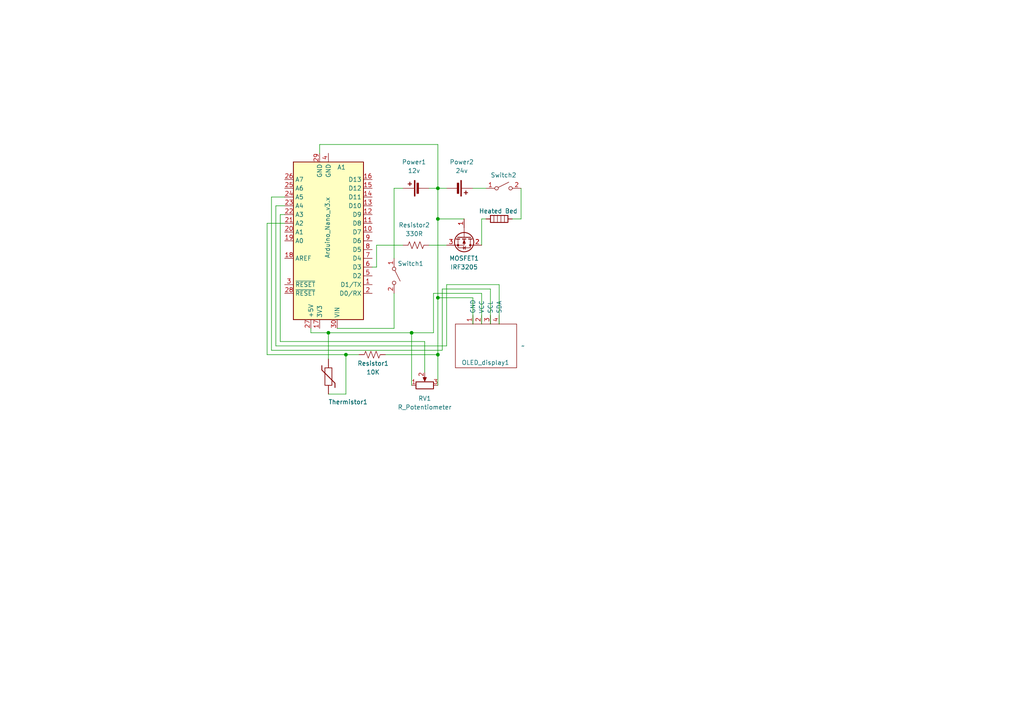
<source format=kicad_sch>
(kicad_sch (version 20250114) (generator "eeschema") (generator_version "9.0")
  (paper "A4")
  (lib_symbols
    (symbol "Device:Battery_Cell" (pin_numbers (hide yes)) (pin_names (offset 0) (hide yes))
      (property "Reference" "BT" (at 2.54 2.54 0))
      (property "Value" "Battery_Cell" (at 2.54 0 0))
      (symbol "Battery_Cell_0_1"
        (rectangle (start -2.286 1.778) (end 2.286 1.524) (fill (type outline)))
        (rectangle (start -1.524 1.016) (end 1.524 0.508) (fill (type outline)))
        (polyline (pts (xy 0 1.778) (xy 0 2.54)))
        (polyline (pts (xy 0 0.762) (xy 0 0)))
        (polyline (pts (xy 0.762 3.048) (xy 1.778 3.048)) (stroke (width 0.254)))
        (polyline (pts (xy 1.27 3.556) (xy 1.27 2.54)) (stroke (width 0.254)))
      )
      (symbol "Battery_Cell_1_1"
        (pin passive line (at 0 5.08 270) (length 2.54) (name "+") (number "1"))
        (pin passive line (at 0 -2.54 90) (length 2.54) (name "-") (number "2"))
      )
    )
    (symbol "Device:Heater" (pin_numbers (hide yes)) (pin_names (offset 0))
      (property "Reference" "R" (at 2.032 0 90))
      (property "Value" "Heater" (at -2.032 0 90))
      (symbol "Heater_0_1"
        (polyline (pts (xy -1.016 1.524) (xy 1.016 1.524)))
        (rectangle (start -1.016 -2.54) (end 1.016 2.54) (stroke (width 0.254)))
        (polyline (pts (xy 1.016 0.508) (xy -1.016 0.508)))
        (polyline (pts (xy 1.016 -0.508) (xy -1.016 -0.508)))
        (polyline (pts (xy 1.016 -1.524) (xy -1.016 -1.524)))
      )
      (symbol "Heater_1_1"
        (pin passive line (at 0 3.81 270) (length 1.27) (name "~") (number "1"))
        (pin passive line (at 0 -3.81 90) (length 1.27) (name "~") (number "2"))
      )
    )
    (symbol "Device:R_Potentiometer" (pin_names (offset 1.016) (hide yes))
      (property "Reference" "RV" (at -4.445 0 90))
      (property "Value" "R_Potentiometer" (at -2.54 0 90))
      (symbol "R_Potentiometer_0_1"
        (rectangle (start 1.016 2.54) (end -1.016 -2.54) (stroke (width 0.254)))
        (polyline (pts (xy 1.143 0) (xy 2.286 0.508) (xy 2.286 -0.508) (xy 1.143 0)) (fill (type outline)))
        (polyline (pts (xy 2.54 0) (xy 1.524 0)))
      )
      (symbol "R_Potentiometer_1_1"
        (pin passive line (at 0 3.81 270) (length 1.27) (name "1") (number "1"))
        (pin passive line (at 0 -3.81 90) (length 1.27) (name "3") (number "3"))
        (pin passive line (at 3.81 0 180) (length 1.27) (name "2") (number "2"))
      )
    )
    (symbol "Device:R_US" (pin_numbers (hide yes)) (pin_names (offset 0))
      (property "Reference" "R" (at 2.54 0 90))
      (property "Value" "R_US" (at -2.54 0 90))
      (symbol "R_US_0_1"
        (polyline (pts (xy 0 2.286) (xy 0 2.54)))
        (polyline (pts (xy 0 2.286) (xy 1.016 1.905) (xy 0 1.524) (xy -1.016 1.143) (xy 0 0.762)))
        (polyline (pts (xy 0 0.762) (xy 1.016 0.381) (xy 0 0) (xy -1.016 -0.381) (xy 0 -0.762)))
        (polyline (pts (xy 0 -0.762) (xy 1.016 -1.143) (xy 0 -1.524) (xy -1.016 -1.905) (xy 0 -2.286)))
        (polyline (pts (xy 0 -2.286) (xy 0 -2.54)))
      )
      (symbol "R_US_1_1"
        (pin passive line (at 0 3.81 270) (length 1.27) (name "~") (number "1"))
        (pin passive line (at 0 -3.81 90) (length 1.27) (name "~") (number "2"))
      )
    )
    (symbol "Device:Thermistor" (pin_numbers (hide yes)) (pin_names (offset 0))
      (property "Reference" "TH" (at 2.54 1.27 90))
      (property "Value" "Thermistor" (at -2.54 0 90))
      (symbol "Thermistor_0_1"
        (polyline (pts (xy -1.905 3.175) (xy -1.905 1.905) (xy 1.905 -1.905) (xy 1.905 -3.175) (xy 1.905 -3.175)) (stroke (width 0.254)))
        (rectangle (start -1.016 2.54) (end 1.016 -2.54) (stroke (width 0.2032)))
      )
      (symbol "Thermistor_1_1"
        (pin passive line (at 0 5.08 270) (length 2.54) (name "~") (number "1"))
        (pin passive line (at 0 -5.08 90) (length 2.54) (name "~") (number "2"))
      )
    )
    (symbol "MCU_Module:Arduino_Nano_v3.x"
      (property "Reference" "A" (at -10.16 23.495 0))
      (property "Value" "Arduino_Nano_v3.x" (at 5.08 -24.13 0))
      (symbol "Arduino_Nano_v3.x_0_1"
        (rectangle (start -10.16 22.86) (end 10.16 -22.86) (stroke (width 0.254)) (fill (type background)))
      )
      (symbol "Arduino_Nano_v3.x_1_1"
        (pin bidirectional line (at -12.7 15.24 0) (length 2.54) (name "D0/RX") (number "2"))
        (pin bidirectional line (at -12.7 12.7 0) (length 2.54) (name "D1/TX") (number "1"))
        (pin bidirectional line (at -12.7 10.16 0) (length 2.54) (name "D2") (number "5"))
        (pin bidirectional line (at -12.7 7.62 0) (length 2.54) (name "D3") (number "6"))
        (pin bidirectional line (at -12.7 5.08 0) (length 2.54) (name "D4") (number "7"))
        (pin bidirectional line (at -12.7 2.54 0) (length 2.54) (name "D5") (number "8"))
        (pin bidirectional line (at -12.7 0 0) (length 2.54) (name "D6") (number "9"))
        (pin bidirectional line (at -12.7 -2.54 0) (length 2.54) (name "D7") (number "10"))
        (pin bidirectional line (at -12.7 -5.08 0) (length 2.54) (name "D8") (number "11"))
        (pin bidirectional line (at -12.7 -7.62 0) (length 2.54) (name "D9") (number "12"))
        (pin bidirectional line (at -12.7 -10.16 0) (length 2.54) (name "D10") (number "13"))
        (pin bidirectional line (at -12.7 -12.7 0) (length 2.54) (name "D11") (number "14"))
        (pin bidirectional line (at -12.7 -15.24 0) (length 2.54) (name "D12") (number "15"))
        (pin bidirectional line (at -12.7 -17.78 0) (length 2.54) (name "D13") (number "16"))
        (pin power_in line (at -2.54 25.4 270) (length 2.54) (name "VIN") (number "30"))
        (pin power_in line (at 0 -25.4 90) (length 2.54) (name "GND") (number "4"))
        (pin power_out line (at 2.54 25.4 270) (length 2.54) (name "3V3") (number "17"))
        (pin power_in line (at 2.54 -25.4 90) (length 2.54) (name "GND") (number "29"))
        (pin power_out line (at 5.08 25.4 270) (length 2.54) (name "+5V") (number "27"))
        (pin input line (at 12.7 15.24 180) (length 2.54) (name "~{RESET}") (number "28"))
        (pin input line (at 12.7 12.7 180) (length 2.54) (name "~{RESET}") (number "3"))
        (pin input line (at 12.7 5.08 180) (length 2.54) (name "AREF") (number "18"))
        (pin bidirectional line (at 12.7 0 180) (length 2.54) (name "A0") (number "19"))
        (pin bidirectional line (at 12.7 -2.54 180) (length 2.54) (name "A1") (number "20"))
        (pin bidirectional line (at 12.7 -5.08 180) (length 2.54) (name "A2") (number "21"))
        (pin bidirectional line (at 12.7 -7.62 180) (length 2.54) (name "A3") (number "22"))
        (pin bidirectional line (at 12.7 -10.16 180) (length 2.54) (name "A4") (number "23"))
        (pin bidirectional line (at 12.7 -12.7 180) (length 2.54) (name "A5") (number "24"))
        (pin bidirectional line (at 12.7 -15.24 180) (length 2.54) (name "A6") (number "25"))
        (pin bidirectional line (at 12.7 -17.78 180) (length 2.54) (name "A7") (number "26"))
      )
    )
    (symbol "New_Library:OLED_Display"
      (property "Reference" "OLED_display" (at 0 -5.08 0))
      (symbol "OLED_Display_0_1"
        (rectangle (start -8.89 6.35) (end 8.89 -6.35))
      )
      (symbol "OLED_Display_1_1"
        (pin bidirectional line (at -3.81 6.35 90) (length 2.54) (name "GND") (number "1"))
        (pin power_in line (at -1.27 6.35 90) (length 2.54) (name "VCC") (number "2"))
        (pin input line (at 1.27 6.35 90) (length 2.54) (name "SCL") (number "3"))
        (pin bidirectional line (at 3.81 6.35 90) (length 2.54) (name "SDA") (number "4"))
      )
    )
    (symbol "Switch:SW_SPST" (pin_names (offset 0) (hide yes))
      (property "Reference" "SW" (at 0 3.175 0))
      (property "Value" "SW_SPST" (at 0 -2.54 0))
      (symbol "SW_SPST_0_0"
        (circle (center -2.032 0) (radius 0.508))
        (polyline (pts (xy -1.524 0.254) (xy 1.524 1.778)))
        (circle (center 2.032 0) (radius 0.508))
      )
      (symbol "SW_SPST_1_1"
        (pin passive line (at -5.08 0 0) (length 2.54) (name "A") (number "1"))
        (pin passive line (at 5.08 0 180) (length 2.54) (name "B") (number "2"))
      )
    )
    (symbol "Transistor_FET:IRF540N" (pin_names (hide yes))
      (property "Reference" "Q" (at 5.08 1.905 0))
      (property "Value" "IRF540N" (at 5.08 0 0))
      (symbol "IRF540N_0_1"
        (polyline (pts (xy 0.254 1.905) (xy 0.254 -1.905)) (stroke (width 0.254)))
        (polyline (pts (xy 0.254 0) (xy -2.54 0)))
        (polyline (pts (xy 0.762 2.286) (xy 0.762 1.27)) (stroke (width 0.254)))
        (polyline (pts (xy 0.762 0.508) (xy 0.762 -0.508)) (stroke (width 0.254)))
        (polyline (pts (xy 0.762 -1.27) (xy 0.762 -2.286)) (stroke (width 0.254)))
        (polyline (pts (xy 0.762 -1.778) (xy 3.302 -1.778) (xy 3.302 1.778) (xy 0.762 1.778)))
        (polyline (pts (xy 1.016 0) (xy 2.032 0.381) (xy 2.032 -0.381) (xy 1.016 0)) (fill (type outline)))
        (circle (center 1.651 0) (radius 2.794) (stroke (width 0.254)))
        (polyline (pts (xy 2.54 2.54) (xy 2.54 1.778)))
        (circle (center 2.54 1.778) (radius 0.254) (fill (type outline)))
        (circle (center 2.54 -1.778) (radius 0.254) (fill (type outline)))
        (polyline (pts (xy 2.54 -2.54) (xy 2.54 0) (xy 0.762 0)))
        (polyline (pts (xy 2.794 0.508) (xy 2.921 0.381) (xy 3.683 0.381) (xy 3.81 0.254)))
        (polyline (pts (xy 3.302 0.381) (xy 2.921 -0.254) (xy 3.683 -0.254) (xy 3.302 0.381)))
      )
      (symbol "IRF540N_1_1"
        (pin input line (at -5.08 0 0) (length 2.54) (name "G") (number "1"))
        (pin passive line (at 2.54 5.08 270) (length 2.54) (name "D") (number "2"))
        (pin passive line (at 2.54 -5.08 90) (length 2.54) (name "S") (number "3"))
      )
    )
  )
  (junction (at 127 86.36))
  (junction (at 127 63.5))
  (junction (at 119.38 96.52))
  (junction (at 127 102.87))
  (junction (at 100.33 102.87))
  (junction (at 127 54.61))
  (junction (at 95.25 96.52))
  (wire (pts (xy 129.54 82.55) (xy 144.78 82.55)))
  (wire (pts (xy 123.19 99.06) (xy 123.19 107.95)))
  (wire (pts (xy 125.73 96.52) (xy 119.38 96.52)))
  (wire (pts (xy 127 63.5) (xy 127 86.36)))
  (wire (pts (xy 81.28 62.23) (xy 81.28 99.06)))
  (wire (pts (xy 81.28 62.23) (xy 82.55 62.23)))
  (wire (pts (xy 142.24 83.82) (xy 142.24 93.98)))
  (wire (pts (xy 95.25 114.3) (xy 100.33 114.3)))
  (wire (pts (xy 124.46 71.12) (xy 129.54 71.12)))
  (wire (pts (xy 124.46 54.61) (xy 127 54.61)))
  (wire (pts (xy 77.47 64.77) (xy 82.55 64.77)))
  (wire (pts (xy 77.47 64.77) (xy 77.47 102.87)))
  (wire (pts (xy 107.95 77.47) (xy 109.22 77.47)))
  (wire (pts (xy 90.17 95.25) (xy 90.17 96.52)))
  (wire (pts (xy 114.3 85.09) (xy 114.3 95.25)))
  (wire (pts (xy 109.22 77.47) (xy 109.22 71.12)))
  (wire (pts (xy 125.73 85.09) (xy 125.73 96.52)))
  (wire (pts (xy 111.76 102.87) (xy 127 102.87)))
  (wire (pts (xy 80.01 100.33) (xy 80.01 59.69)))
  (wire (pts (xy 78.74 101.6) (xy 78.74 57.15)))
  (wire (pts (xy 92.71 41.91) (xy 92.71 44.45)))
  (wire (pts (xy 116.84 54.61) (xy 114.3 54.61)))
  (wire (pts (xy 100.33 102.87) (xy 104.14 102.87)))
  (wire (pts (xy 139.7 85.09) (xy 125.73 85.09)))
  (wire (pts (xy 81.28 99.06) (xy 123.19 99.06)))
  (wire (pts (xy 119.38 96.52) (xy 119.38 111.76)))
  (wire (pts (xy 95.25 96.52) (xy 95.25 104.14)))
  (wire (pts (xy 95.25 96.52) (xy 90.17 96.52)))
  (wire (pts (xy 80.01 59.69) (xy 82.55 59.69)))
  (wire (pts (xy 128.27 83.82) (xy 128.27 101.6)))
  (wire (pts (xy 127 41.91) (xy 92.71 41.91)))
  (wire (pts (xy 127 41.91) (xy 127 54.61)))
  (wire (pts (xy 137.16 86.36) (xy 137.16 93.98)))
  (wire (pts (xy 77.47 102.87) (xy 100.33 102.87)))
  (wire (pts (xy 109.22 71.12) (xy 116.84 71.12)))
  (wire (pts (xy 139.7 63.5) (xy 139.7 71.12)))
  (wire (pts (xy 127 86.36) (xy 127 102.87)))
  (wire (pts (xy 129.54 100.33) (xy 80.01 100.33)))
  (wire (pts (xy 95.25 96.52) (xy 119.38 96.52)))
  (wire (pts (xy 139.7 85.09) (xy 139.7 93.98)))
  (wire (pts (xy 137.16 54.61) (xy 140.97 54.61)))
  (wire (pts (xy 139.7 63.5) (xy 140.97 63.5)))
  (wire (pts (xy 129.54 82.55) (xy 129.54 100.33)))
  (wire (pts (xy 127 54.61) (xy 127 63.5)))
  (wire (pts (xy 127 102.87) (xy 127 111.76)))
  (wire (pts (xy 128.27 83.82) (xy 142.24 83.82)))
  (wire (pts (xy 144.78 82.55) (xy 144.78 93.98)))
  (wire (pts (xy 78.74 57.15) (xy 82.55 57.15)))
  (wire (pts (xy 151.13 63.5) (xy 148.59 63.5)))
  (wire (pts (xy 127 54.61) (xy 129.54 54.61)))
  (wire (pts (xy 114.3 54.61) (xy 114.3 74.93)))
  (wire (pts (xy 114.3 95.25) (xy 97.79 95.25)))
  (wire (pts (xy 151.13 54.61) (xy 151.13 63.5)))
  (wire (pts (xy 127 63.5) (xy 134.62 63.5)))
  (wire (pts (xy 128.27 101.6) (xy 78.74 101.6)))
  (wire (pts (xy 127 86.36) (xy 137.16 86.36)))
  (wire (pts (xy 100.33 102.87) (xy 100.33 114.3)))
  (symbol (lib_id "Transistor_FET:IRF540N") (at 134.62 68.58 270) (unit 1)
    (property "Reference" "MOSFET1" (at 134.62 74.93 90))
    (property "Value" "IRF3205" (at 134.62 77.47 90))
    (property "Footprint" "Package_TO_SOT_THT:TO-220-3_Vertical" (effects (hide yes)))
    (property "Datasheet" "http://www.irf.com/product-info/datasheets/data/irf540n.pdf" (effects (hide yes)))
    (property "Description" "33A Id, 100V Vds, HEXFET N-Channel MOSFET, TO-220" (effects (hide yes)))
  )
  (symbol (lib_id "Device:Battery_Cell") (at 121.92 54.61 90) (unit 1)
    (property "Reference" "Power1" (at 120.0785 46.99 90))
    (property "Value" "12v" (at 120.0785 49.53 90))
    (property "Footprint" "Library:screw_mount" (effects (hide yes)))
    (property "Description" "Single-cell battery" (effects (hide yes)))
  )
  (symbol (lib_id "Device:Heater") (at 144.78 63.5 90) (unit 1)
    (property "Reference" "R2" (effects (hide yes)))
    (property "Value" "Heated Bed" (at 144.526 61.214 90))
    (property "Footprint" "Library:screw_mount" (effects (hide yes)))
    (property "Description" "Resistive heater" (effects (hide yes)))
  )
  (symbol (lib_id "Switch:SW_SPST") (at 146.05 54.61 0) (unit 1)
    (property "Reference" "Switch2" (at 146.05 50.8 0))
    (property "Value" "SW_SPST" (effects (hide yes)))
    (property "Footprint" "Library:screw_mount" (effects (hide yes)))
    (property "Description" "Single Pole Single Throw (SPST) switch" (effects (hide yes)))
  )
  (symbol (lib_id "Device:R_US") (at 120.65 71.12 90) (unit 1)
    (property "Reference" "Resistor2" (at 120.142 65.278 90))
    (property "Value" "330R" (at 120.142 67.818 90))
    (property "Footprint" "Library:screw_mount" (effects (hide yes)))
    (property "Description" "Resistor, US symbol" (effects (hide yes)))
  )
  (symbol (lib_id "Device:Thermistor") (at 95.25 109.22 0) (unit 1)
    (property "Reference" "Thermistor1" (at 95.25 116.586 0) (effects (justify left)))
    (property "Value" "Thermistor" (effects (hide yes)))
    (property "Footprint" "Library:screw_mount" (effects (hide yes)))
    (property "Description" "Temperature dependent resistor" (effects (hide yes)))
  )
  (symbol (lib_id "MCU_Module:Arduino_Nano_v3.x") (at 95.25 69.85 180) (unit 1)
    (property "Reference" "A1" (at 97.79 48.514 0) (effects (justify right)))
    (property "Value" "Arduino_Nano_v3.x" (at 94.996 74.93 90) (effects (justify right)))
    (property "Footprint" "Module:Arduino_Nano" (effects (hide yes)))
    (property "Datasheet" "http://www.mouser.com/pdfdocs/Gravitech_Arduino_Nano3_0.pdf" (effects (hide yes)))
    (property "Description" "Arduino Nano v3.x" (effects (hide yes)))
  )
  (symbol (lib_id "Device:Battery_Cell") (at 132.08 54.61 270) (unit 1)
    (property "Reference" "Power2" (at 133.9215 46.99 90))
    (property "Value" "24v" (at 133.9215 49.53 90))
    (property "Footprint" "Library:screw_mount" (effects (hide yes)))
    (property "Description" "Single-cell battery" (effects (hide yes)))
  )
  (symbol (lib_id "Device:R_US") (at 107.95 102.87 90) (unit 1)
    (property "Reference" "Resistor1" (at 108.204 105.41 90))
    (property "Value" "10K" (at 108.204 107.95 90))
    (property "Footprint" "Library:screw_mount" (effects (hide yes)))
    (property "Description" "Resistor, US symbol" (effects (hide yes)))
  )
  (symbol (lib_id "New_Library:OLED_Display") (at 140.97 100.33 0) (unit 1)
    (property "Reference" "OLED_display1" (at 133.858 105.156 0) (effects (justify left)))
    (property "Value" "~" (at 151.13 100.33 0) (effects (justify left)))
    (property "Footprint" "Library:OLED_display" (effects (hide yes)))
  )
  (symbol (lib_id "Switch:SW_SPST") (at 114.3 80.01 270) (unit 1)
    (property "Reference" "Switch1" (at 115.316 76.454 90) (effects (justify left)))
    (property "Value" "SW_SPST" (effects (hide yes)))
    (property "Footprint" "Library:screw_mount" (effects (hide yes)))
    (property "Description" "Single Pole Single Throw (SPST) switch" (effects (hide yes)))
  )
  (symbol (lib_id "Device:R_Potentiometer") (at 123.19 111.76 90) (unit 1)
    (property "Reference" "RV1" (at 123.19 115.57 90))
    (property "Value" "R_Potentiometer" (at 123.19 118.11 90))
    (property "Footprint" "Library:arduino_kit_potentiometer" (effects (hide yes)))
    (property "Description" "Potentiometer" (effects (hide yes)))
  )
)
</source>
